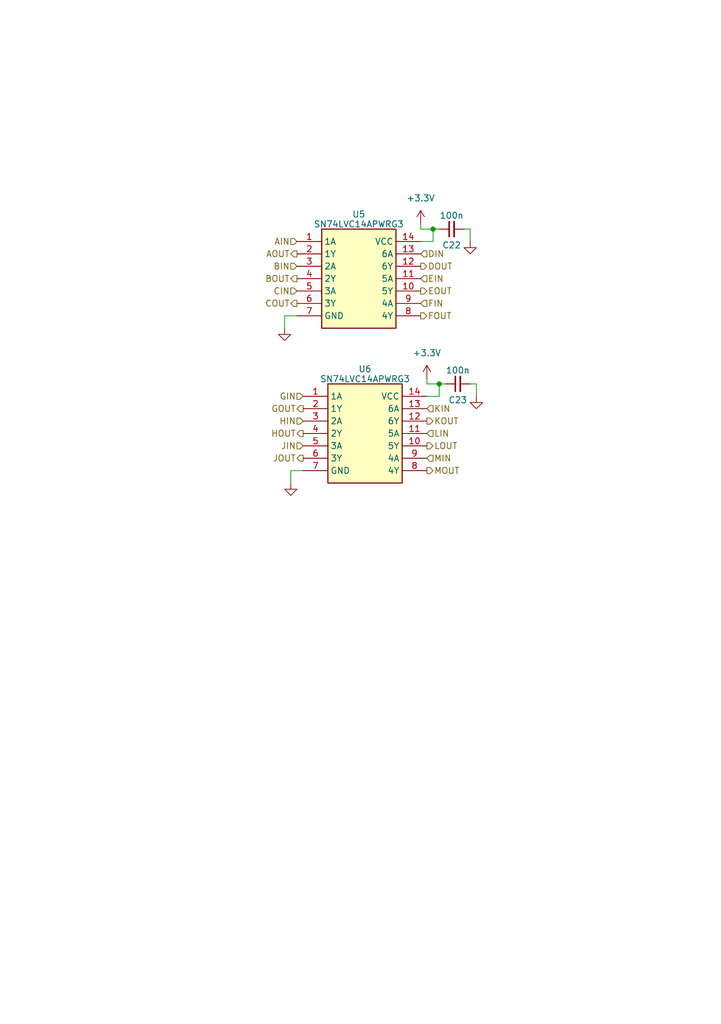
<source format=kicad_sch>
(kicad_sch
	(version 20231120)
	(generator "eeschema")
	(generator_version "8.0")
	(uuid "dc90ca9b-40d7-4a62-bad5-ef7ed068c20a")
	(paper "A5" portrait)
	(title_block
		(rev "1")
	)
	(lib_symbols
		(symbol "Device:C_Small"
			(pin_numbers hide)
			(pin_names
				(offset 0.254) hide)
			(exclude_from_sim no)
			(in_bom yes)
			(on_board yes)
			(property "Reference" "C"
				(at 0.254 1.778 0)
				(effects
					(font
						(size 1.27 1.27)
					)
					(justify left)
				)
			)
			(property "Value" "C_Small"
				(at 0.254 -2.032 0)
				(effects
					(font
						(size 1.27 1.27)
					)
					(justify left)
				)
			)
			(property "Footprint" ""
				(at 0 0 0)
				(effects
					(font
						(size 1.27 1.27)
					)
					(hide yes)
				)
			)
			(property "Datasheet" "~"
				(at 0 0 0)
				(effects
					(font
						(size 1.27 1.27)
					)
					(hide yes)
				)
			)
			(property "Description" "Unpolarized capacitor, small symbol"
				(at 0 0 0)
				(effects
					(font
						(size 1.27 1.27)
					)
					(hide yes)
				)
			)
			(property "ki_keywords" "capacitor cap"
				(at 0 0 0)
				(effects
					(font
						(size 1.27 1.27)
					)
					(hide yes)
				)
			)
			(property "ki_fp_filters" "C_*"
				(at 0 0 0)
				(effects
					(font
						(size 1.27 1.27)
					)
					(hide yes)
				)
			)
			(symbol "C_Small_0_1"
				(polyline
					(pts
						(xy -1.524 -0.508) (xy 1.524 -0.508)
					)
					(stroke
						(width 0.3302)
						(type default)
					)
					(fill
						(type none)
					)
				)
				(polyline
					(pts
						(xy -1.524 0.508) (xy 1.524 0.508)
					)
					(stroke
						(width 0.3048)
						(type default)
					)
					(fill
						(type none)
					)
				)
			)
			(symbol "C_Small_1_1"
				(pin passive line
					(at 0 2.54 270)
					(length 2.032)
					(name "~"
						(effects
							(font
								(size 1.27 1.27)
							)
						)
					)
					(number "1"
						(effects
							(font
								(size 1.27 1.27)
							)
						)
					)
				)
				(pin passive line
					(at 0 -2.54 90)
					(length 2.032)
					(name "~"
						(effects
							(font
								(size 1.27 1.27)
							)
						)
					)
					(number "2"
						(effects
							(font
								(size 1.27 1.27)
							)
						)
					)
				)
			)
		)
		(symbol "SN74LVC14APWRG3:SN74LVC14APWRG3"
			(exclude_from_sim no)
			(in_bom yes)
			(on_board yes)
			(property "Reference" "IC"
				(at 21.59 7.62 0)
				(effects
					(font
						(size 1.27 1.27)
					)
					(justify left top)
				)
			)
			(property "Value" "SN74LVC14APWRG3"
				(at 21.59 5.08 0)
				(effects
					(font
						(size 1.27 1.27)
					)
					(justify left top)
				)
			)
			(property "Footprint" "SOP65P640X120-14N"
				(at 21.59 -94.92 0)
				(effects
					(font
						(size 1.27 1.27)
					)
					(justify left top)
					(hide yes)
				)
			)
			(property "Datasheet" "http://www.ti.com/lit/gpn/sn74lvc14a"
				(at 21.59 -194.92 0)
				(effects
					(font
						(size 1.27 1.27)
					)
					(justify left top)
					(hide yes)
				)
			)
			(property "Description" "Hex Schmitt-Trigger Inverter"
				(at 0 0 0)
				(effects
					(font
						(size 1.27 1.27)
					)
					(hide yes)
				)
			)
			(property "Height" "1.2"
				(at 21.59 -394.92 0)
				(effects
					(font
						(size 1.27 1.27)
					)
					(justify left top)
					(hide yes)
				)
			)
			(property "Manufacturer_Name" "Texas Instruments"
				(at 21.59 -494.92 0)
				(effects
					(font
						(size 1.27 1.27)
					)
					(justify left top)
					(hide yes)
				)
			)
			(property "Manufacturer_Part_Number" "SN74LVC14APWRG3"
				(at 21.59 -594.92 0)
				(effects
					(font
						(size 1.27 1.27)
					)
					(justify left top)
					(hide yes)
				)
			)
			(property "Mouser Part Number" "595-SN74LVC14APWRG3"
				(at 21.59 -694.92 0)
				(effects
					(font
						(size 1.27 1.27)
					)
					(justify left top)
					(hide yes)
				)
			)
			(property "Mouser Price/Stock" "https://www.mouser.co.uk/ProductDetail/Texas-Instruments/SN74LVC14APWRG3?qs=GI4%2FryNtbd0oVXocaK57NQ%3D%3D"
				(at 21.59 -794.92 0)
				(effects
					(font
						(size 1.27 1.27)
					)
					(justify left top)
					(hide yes)
				)
			)
			(property "Arrow Part Number" "SN74LVC14APWRG3"
				(at 21.59 -894.92 0)
				(effects
					(font
						(size 1.27 1.27)
					)
					(justify left top)
					(hide yes)
				)
			)
			(property "Arrow Price/Stock" "https://www.arrow.com/en/products/sn74lvc14apwrg3/texas-instruments"
				(at 21.59 -994.92 0)
				(effects
					(font
						(size 1.27 1.27)
					)
					(justify left top)
					(hide yes)
				)
			)
			(symbol "SN74LVC14APWRG3_1_1"
				(rectangle
					(start 5.08 2.54)
					(end 20.32 -17.78)
					(stroke
						(width 0.254)
						(type default)
					)
					(fill
						(type background)
					)
				)
				(pin passive line
					(at 0 0 0)
					(length 5.08)
					(name "1A"
						(effects
							(font
								(size 1.27 1.27)
							)
						)
					)
					(number "1"
						(effects
							(font
								(size 1.27 1.27)
							)
						)
					)
				)
				(pin passive line
					(at 25.4 -10.16 180)
					(length 5.08)
					(name "5Y"
						(effects
							(font
								(size 1.27 1.27)
							)
						)
					)
					(number "10"
						(effects
							(font
								(size 1.27 1.27)
							)
						)
					)
				)
				(pin passive line
					(at 25.4 -7.62 180)
					(length 5.08)
					(name "5A"
						(effects
							(font
								(size 1.27 1.27)
							)
						)
					)
					(number "11"
						(effects
							(font
								(size 1.27 1.27)
							)
						)
					)
				)
				(pin passive line
					(at 25.4 -5.08 180)
					(length 5.08)
					(name "6Y"
						(effects
							(font
								(size 1.27 1.27)
							)
						)
					)
					(number "12"
						(effects
							(font
								(size 1.27 1.27)
							)
						)
					)
				)
				(pin passive line
					(at 25.4 -2.54 180)
					(length 5.08)
					(name "6A"
						(effects
							(font
								(size 1.27 1.27)
							)
						)
					)
					(number "13"
						(effects
							(font
								(size 1.27 1.27)
							)
						)
					)
				)
				(pin passive line
					(at 25.4 0 180)
					(length 5.08)
					(name "VCC"
						(effects
							(font
								(size 1.27 1.27)
							)
						)
					)
					(number "14"
						(effects
							(font
								(size 1.27 1.27)
							)
						)
					)
				)
				(pin passive line
					(at 0 -2.54 0)
					(length 5.08)
					(name "1Y"
						(effects
							(font
								(size 1.27 1.27)
							)
						)
					)
					(number "2"
						(effects
							(font
								(size 1.27 1.27)
							)
						)
					)
				)
				(pin passive line
					(at 0 -5.08 0)
					(length 5.08)
					(name "2A"
						(effects
							(font
								(size 1.27 1.27)
							)
						)
					)
					(number "3"
						(effects
							(font
								(size 1.27 1.27)
							)
						)
					)
				)
				(pin passive line
					(at 0 -7.62 0)
					(length 5.08)
					(name "2Y"
						(effects
							(font
								(size 1.27 1.27)
							)
						)
					)
					(number "4"
						(effects
							(font
								(size 1.27 1.27)
							)
						)
					)
				)
				(pin passive line
					(at 0 -10.16 0)
					(length 5.08)
					(name "3A"
						(effects
							(font
								(size 1.27 1.27)
							)
						)
					)
					(number "5"
						(effects
							(font
								(size 1.27 1.27)
							)
						)
					)
				)
				(pin passive line
					(at 0 -12.7 0)
					(length 5.08)
					(name "3Y"
						(effects
							(font
								(size 1.27 1.27)
							)
						)
					)
					(number "6"
						(effects
							(font
								(size 1.27 1.27)
							)
						)
					)
				)
				(pin passive line
					(at 0 -15.24 0)
					(length 5.08)
					(name "GND"
						(effects
							(font
								(size 1.27 1.27)
							)
						)
					)
					(number "7"
						(effects
							(font
								(size 1.27 1.27)
							)
						)
					)
				)
				(pin passive line
					(at 25.4 -15.24 180)
					(length 5.08)
					(name "4Y"
						(effects
							(font
								(size 1.27 1.27)
							)
						)
					)
					(number "8"
						(effects
							(font
								(size 1.27 1.27)
							)
						)
					)
				)
				(pin passive line
					(at 25.4 -12.7 180)
					(length 5.08)
					(name "4A"
						(effects
							(font
								(size 1.27 1.27)
							)
						)
					)
					(number "9"
						(effects
							(font
								(size 1.27 1.27)
							)
						)
					)
				)
			)
		)
		(symbol "power:+3.3V"
			(power)
			(pin_numbers hide)
			(pin_names
				(offset 0) hide)
			(exclude_from_sim no)
			(in_bom yes)
			(on_board yes)
			(property "Reference" "#PWR"
				(at 0 -3.81 0)
				(effects
					(font
						(size 1.27 1.27)
					)
					(hide yes)
				)
			)
			(property "Value" "+3.3V"
				(at 0 3.556 0)
				(effects
					(font
						(size 1.27 1.27)
					)
				)
			)
			(property "Footprint" ""
				(at 0 0 0)
				(effects
					(font
						(size 1.27 1.27)
					)
					(hide yes)
				)
			)
			(property "Datasheet" ""
				(at 0 0 0)
				(effects
					(font
						(size 1.27 1.27)
					)
					(hide yes)
				)
			)
			(property "Description" "Power symbol creates a global label with name \"+3.3V\""
				(at 0 0 0)
				(effects
					(font
						(size 1.27 1.27)
					)
					(hide yes)
				)
			)
			(property "ki_keywords" "global power"
				(at 0 0 0)
				(effects
					(font
						(size 1.27 1.27)
					)
					(hide yes)
				)
			)
			(symbol "+3.3V_0_1"
				(polyline
					(pts
						(xy -0.762 1.27) (xy 0 2.54)
					)
					(stroke
						(width 0)
						(type default)
					)
					(fill
						(type none)
					)
				)
				(polyline
					(pts
						(xy 0 0) (xy 0 2.54)
					)
					(stroke
						(width 0)
						(type default)
					)
					(fill
						(type none)
					)
				)
				(polyline
					(pts
						(xy 0 2.54) (xy 0.762 1.27)
					)
					(stroke
						(width 0)
						(type default)
					)
					(fill
						(type none)
					)
				)
			)
			(symbol "+3.3V_1_1"
				(pin power_in line
					(at 0 0 90)
					(length 0)
					(name "~"
						(effects
							(font
								(size 1.27 1.27)
							)
						)
					)
					(number "1"
						(effects
							(font
								(size 1.27 1.27)
							)
						)
					)
				)
			)
		)
		(symbol "power:GND"
			(power)
			(pin_numbers hide)
			(pin_names
				(offset 0) hide)
			(exclude_from_sim no)
			(in_bom yes)
			(on_board yes)
			(property "Reference" "#PWR"
				(at 0 -6.35 0)
				(effects
					(font
						(size 1.27 1.27)
					)
					(hide yes)
				)
			)
			(property "Value" "GND"
				(at 0 -3.81 0)
				(effects
					(font
						(size 1.27 1.27)
					)
				)
			)
			(property "Footprint" ""
				(at 0 0 0)
				(effects
					(font
						(size 1.27 1.27)
					)
					(hide yes)
				)
			)
			(property "Datasheet" ""
				(at 0 0 0)
				(effects
					(font
						(size 1.27 1.27)
					)
					(hide yes)
				)
			)
			(property "Description" "Power symbol creates a global label with name \"GND\" , ground"
				(at 0 0 0)
				(effects
					(font
						(size 1.27 1.27)
					)
					(hide yes)
				)
			)
			(property "ki_keywords" "global power"
				(at 0 0 0)
				(effects
					(font
						(size 1.27 1.27)
					)
					(hide yes)
				)
			)
			(symbol "GND_0_1"
				(polyline
					(pts
						(xy 0 0) (xy 0 -1.27) (xy 1.27 -1.27) (xy 0 -2.54) (xy -1.27 -1.27) (xy 0 -1.27)
					)
					(stroke
						(width 0)
						(type default)
					)
					(fill
						(type none)
					)
				)
			)
			(symbol "GND_1_1"
				(pin power_in line
					(at 0 0 270)
					(length 0)
					(name "~"
						(effects
							(font
								(size 1.27 1.27)
							)
						)
					)
					(number "1"
						(effects
							(font
								(size 1.27 1.27)
							)
						)
					)
				)
			)
		)
	)
	(junction
		(at 90.17 78.74)
		(diameter 0)
		(color 0 0 0 0)
		(uuid "31129303-94f7-4124-be7f-ba49af7500a5")
	)
	(junction
		(at 88.9 46.99)
		(diameter 0)
		(color 0 0 0 0)
		(uuid "6799d158-9a2d-4753-8975-da95e81daba2")
	)
	(wire
		(pts
			(xy 86.36 45.72) (xy 86.36 46.99)
		)
		(stroke
			(width 0)
			(type default)
		)
		(uuid "1e391c89-8352-4491-b245-f3dfe99795d6")
	)
	(wire
		(pts
			(xy 97.79 81.28) (xy 97.79 78.74)
		)
		(stroke
			(width 0)
			(type default)
		)
		(uuid "2acc9d7c-97d7-4553-9310-63627f95822a")
	)
	(wire
		(pts
			(xy 58.42 64.77) (xy 60.96 64.77)
		)
		(stroke
			(width 0)
			(type default)
		)
		(uuid "2ffa242e-af6d-4477-8240-d17a539bb4f8")
	)
	(wire
		(pts
			(xy 96.52 46.99) (xy 95.25 46.99)
		)
		(stroke
			(width 0)
			(type default)
		)
		(uuid "41fdf5d4-edb7-48a5-81a9-3a0d2faec3ea")
	)
	(wire
		(pts
			(xy 88.9 46.99) (xy 90.17 46.99)
		)
		(stroke
			(width 0)
			(type default)
		)
		(uuid "4818ddb9-199f-4448-8579-11773e33d3a1")
	)
	(wire
		(pts
			(xy 59.69 96.52) (xy 62.23 96.52)
		)
		(stroke
			(width 0)
			(type default)
		)
		(uuid "4ed0c785-ba87-4ff5-98f7-4979e374e43f")
	)
	(wire
		(pts
			(xy 87.63 81.28) (xy 90.17 81.28)
		)
		(stroke
			(width 0)
			(type default)
		)
		(uuid "51c66330-4fe2-45d7-9afa-0e646272617c")
	)
	(wire
		(pts
			(xy 59.69 99.06) (xy 59.69 96.52)
		)
		(stroke
			(width 0)
			(type default)
		)
		(uuid "62c23868-9d63-4e0b-b6df-0566774afb23")
	)
	(wire
		(pts
			(xy 58.42 67.31) (xy 58.42 64.77)
		)
		(stroke
			(width 0)
			(type default)
		)
		(uuid "692c925b-152c-46f2-9893-be126b6dd50f")
	)
	(wire
		(pts
			(xy 90.17 78.74) (xy 91.44 78.74)
		)
		(stroke
			(width 0)
			(type default)
		)
		(uuid "706126c4-5c59-4f60-b658-769c1dd8d46c")
	)
	(wire
		(pts
			(xy 88.9 49.53) (xy 88.9 46.99)
		)
		(stroke
			(width 0)
			(type default)
		)
		(uuid "8b6ea33b-ae35-4037-96ac-8ae599d8467d")
	)
	(wire
		(pts
			(xy 86.36 49.53) (xy 88.9 49.53)
		)
		(stroke
			(width 0)
			(type default)
		)
		(uuid "97b6a060-636a-4f7f-aa1a-817e3771b4b6")
	)
	(wire
		(pts
			(xy 97.79 78.74) (xy 96.52 78.74)
		)
		(stroke
			(width 0)
			(type default)
		)
		(uuid "98647c79-7813-4d78-97b1-546fcf8486e5")
	)
	(wire
		(pts
			(xy 87.63 77.47) (xy 87.63 78.74)
		)
		(stroke
			(width 0)
			(type default)
		)
		(uuid "9bab4bd5-c6f1-405a-94f4-9341389f789d")
	)
	(wire
		(pts
			(xy 90.17 81.28) (xy 90.17 78.74)
		)
		(stroke
			(width 0)
			(type default)
		)
		(uuid "a3214c45-0aac-449e-bf99-c81e76ee2320")
	)
	(wire
		(pts
			(xy 87.63 78.74) (xy 90.17 78.74)
		)
		(stroke
			(width 0)
			(type default)
		)
		(uuid "be38b299-7a98-47b1-98ec-c55bca60d44d")
	)
	(wire
		(pts
			(xy 86.36 46.99) (xy 88.9 46.99)
		)
		(stroke
			(width 0)
			(type default)
		)
		(uuid "bf255d3e-b4de-4900-9fe5-d876c2ba0f8e")
	)
	(wire
		(pts
			(xy 96.52 49.53) (xy 96.52 46.99)
		)
		(stroke
			(width 0)
			(type default)
		)
		(uuid "cfbf9ac5-cc0b-4cb1-9cc7-eefa4e537d95")
	)
	(hierarchical_label "BOUT"
		(shape output)
		(at 60.96 57.15 180)
		(fields_autoplaced yes)
		(effects
			(font
				(size 1.27 1.27)
			)
			(justify right)
		)
		(uuid "0b607e54-4e33-49f6-9d5f-400028fef006")
	)
	(hierarchical_label "FOUT"
		(shape output)
		(at 86.36 64.77 0)
		(fields_autoplaced yes)
		(effects
			(font
				(size 1.27 1.27)
			)
			(justify left)
		)
		(uuid "1acdffd9-922b-43ad-80ac-db99cefb6142")
	)
	(hierarchical_label "COUT"
		(shape output)
		(at 60.96 62.23 180)
		(fields_autoplaced yes)
		(effects
			(font
				(size 1.27 1.27)
			)
			(justify right)
		)
		(uuid "1e9d7544-e294-43c6-b069-d92dba188cd8")
	)
	(hierarchical_label "KIN"
		(shape input)
		(at 87.63 83.82 0)
		(fields_autoplaced yes)
		(effects
			(font
				(size 1.27 1.27)
			)
			(justify left)
		)
		(uuid "2f6da318-d4fb-4ea9-a508-e9d955696ce7")
	)
	(hierarchical_label "JIN"
		(shape input)
		(at 62.23 91.44 180)
		(fields_autoplaced yes)
		(effects
			(font
				(size 1.27 1.27)
			)
			(justify right)
		)
		(uuid "31f744ae-557e-4562-b7b8-7c3152d2d8c7")
	)
	(hierarchical_label "LOUT"
		(shape output)
		(at 87.63 91.44 0)
		(fields_autoplaced yes)
		(effects
			(font
				(size 1.27 1.27)
			)
			(justify left)
		)
		(uuid "40bc6a84-b726-48d9-a26d-e793cbba3735")
	)
	(hierarchical_label "EOUT"
		(shape output)
		(at 86.36 59.69 0)
		(fields_autoplaced yes)
		(effects
			(font
				(size 1.27 1.27)
			)
			(justify left)
		)
		(uuid "4b86d158-59be-47fa-badc-1a097da6b1cf")
	)
	(hierarchical_label "MIN"
		(shape input)
		(at 87.63 93.98 0)
		(fields_autoplaced yes)
		(effects
			(font
				(size 1.27 1.27)
			)
			(justify left)
		)
		(uuid "4bff6e1c-8a2d-41c4-b706-c2e067001c02")
	)
	(hierarchical_label "GIN"
		(shape input)
		(at 62.23 81.28 180)
		(fields_autoplaced yes)
		(effects
			(font
				(size 1.27 1.27)
			)
			(justify right)
		)
		(uuid "680be46f-7626-477e-9db2-164af3329bc4")
	)
	(hierarchical_label "KOUT"
		(shape output)
		(at 87.63 86.36 0)
		(fields_autoplaced yes)
		(effects
			(font
				(size 1.27 1.27)
			)
			(justify left)
		)
		(uuid "6c3b18d6-2347-4a71-925c-cfe5809016ef")
	)
	(hierarchical_label "DIN"
		(shape input)
		(at 86.36 52.07 0)
		(fields_autoplaced yes)
		(effects
			(font
				(size 1.27 1.27)
			)
			(justify left)
		)
		(uuid "6d6937ba-ba16-4897-b996-32f9c1f3b3e4")
	)
	(hierarchical_label "EIN"
		(shape input)
		(at 86.36 57.15 0)
		(fields_autoplaced yes)
		(effects
			(font
				(size 1.27 1.27)
			)
			(justify left)
		)
		(uuid "73cbcc66-48d2-4828-bfb7-d34f142fd751")
	)
	(hierarchical_label "FIN"
		(shape input)
		(at 86.36 62.23 0)
		(fields_autoplaced yes)
		(effects
			(font
				(size 1.27 1.27)
			)
			(justify left)
		)
		(uuid "748a7b1b-c068-4720-8ded-03330d0f1f10")
	)
	(hierarchical_label "JOUT"
		(shape output)
		(at 62.23 93.98 180)
		(fields_autoplaced yes)
		(effects
			(font
				(size 1.27 1.27)
			)
			(justify right)
		)
		(uuid "a8ce890b-d11e-40be-ac58-6feefaed5a42")
	)
	(hierarchical_label "CIN"
		(shape input)
		(at 60.96 59.69 180)
		(fields_autoplaced yes)
		(effects
			(font
				(size 1.27 1.27)
			)
			(justify right)
		)
		(uuid "ab40ca32-5008-47e9-94b5-b88dcce019e8")
	)
	(hierarchical_label "HIN"
		(shape input)
		(at 62.23 86.36 180)
		(fields_autoplaced yes)
		(effects
			(font
				(size 1.27 1.27)
			)
			(justify right)
		)
		(uuid "ada46ec8-c005-4d96-8dc5-d08eb45a69e0")
	)
	(hierarchical_label "AIN"
		(shape input)
		(at 60.96 49.53 180)
		(fields_autoplaced yes)
		(effects
			(font
				(size 1.27 1.27)
			)
			(justify right)
		)
		(uuid "bb64ac77-1256-4ebd-ae23-abe24611ec36")
	)
	(hierarchical_label "DOUT"
		(shape output)
		(at 86.36 54.61 0)
		(fields_autoplaced yes)
		(effects
			(font
				(size 1.27 1.27)
			)
			(justify left)
		)
		(uuid "bc228be2-4e3a-47aa-aa6a-460363408c11")
	)
	(hierarchical_label "AOUT"
		(shape output)
		(at 60.96 52.07 180)
		(fields_autoplaced yes)
		(effects
			(font
				(size 1.27 1.27)
			)
			(justify right)
		)
		(uuid "c9c1539c-9d5b-416b-925b-72aee09fc07f")
	)
	(hierarchical_label "HOUT"
		(shape output)
		(at 62.23 88.9 180)
		(fields_autoplaced yes)
		(effects
			(font
				(size 1.27 1.27)
			)
			(justify right)
		)
		(uuid "d7674ce2-72ec-4af1-bd8b-42d5c4bc96a1")
	)
	(hierarchical_label "MOUT"
		(shape output)
		(at 87.63 96.52 0)
		(fields_autoplaced yes)
		(effects
			(font
				(size 1.27 1.27)
			)
			(justify left)
		)
		(uuid "d8c2a7b7-dd33-45b1-864f-ee5fb23a8429")
	)
	(hierarchical_label "GOUT"
		(shape output)
		(at 62.23 83.82 180)
		(fields_autoplaced yes)
		(effects
			(font
				(size 1.27 1.27)
			)
			(justify right)
		)
		(uuid "df184d9c-776a-4630-bf84-5901e1a6ed49")
	)
	(hierarchical_label "BIN"
		(shape input)
		(at 60.96 54.61 180)
		(fields_autoplaced yes)
		(effects
			(font
				(size 1.27 1.27)
			)
			(justify right)
		)
		(uuid "e518add6-86e5-4e7e-9ae0-0ce7168b2e93")
	)
	(hierarchical_label "LIN"
		(shape input)
		(at 87.63 88.9 0)
		(fields_autoplaced yes)
		(effects
			(font
				(size 1.27 1.27)
			)
			(justify left)
		)
		(uuid "fd5e0862-d784-49d3-a5ab-aa3f3069d255")
	)
	(symbol
		(lib_id "power:+3.3V")
		(at 87.63 77.47 0)
		(unit 1)
		(exclude_from_sim no)
		(in_bom yes)
		(on_board yes)
		(dnp no)
		(fields_autoplaced yes)
		(uuid "23c0bffb-1bed-4ac2-a54b-f9ab51680060")
		(property "Reference" "#PWR023"
			(at 87.63 81.28 0)
			(effects
				(font
					(size 1.27 1.27)
				)
				(hide yes)
			)
		)
		(property "Value" "+3.3V"
			(at 87.63 72.39 0)
			(effects
				(font
					(size 1.27 1.27)
				)
			)
		)
		(property "Footprint" ""
			(at 87.63 77.47 0)
			(effects
				(font
					(size 1.27 1.27)
				)
				(hide yes)
			)
		)
		(property "Datasheet" ""
			(at 87.63 77.47 0)
			(effects
				(font
					(size 1.27 1.27)
				)
				(hide yes)
			)
		)
		(property "Description" "Power symbol creates a global label with name \"+3.3V\""
			(at 87.63 77.47 0)
			(effects
				(font
					(size 1.27 1.27)
				)
				(hide yes)
			)
		)
		(pin "1"
			(uuid "43a6d884-8826-4d66-a281-8a069069f8e3")
		)
		(instances
			(project "pico_stroke"
				(path "/7ad4f943-fb8c-4a77-9127-41f961f43e49/dea1bc24-9a4a-4bec-911b-a1b4c66f5fa2/40d9fec0-b965-4f58-8f15-aa508ed6045a"
					(reference "#PWR037")
					(unit 1)
				)
				(path "/7ad4f943-fb8c-4a77-9127-41f961f43e49/dea1bc24-9a4a-4bec-911b-a1b4c66f5fa2/5870530e-c870-489e-8cac-f7d8b944070f"
					(reference "#PWR023")
					(unit 1)
				)
				(path "/7ad4f943-fb8c-4a77-9127-41f961f43e49/dea1bc24-9a4a-4bec-911b-a1b4c66f5fa2/71b5ac71-12e6-443b-a75a-8a3cad6f754e"
					(reference "#PWR0139")
					(unit 1)
				)
				(path "/7ad4f943-fb8c-4a77-9127-41f961f43e49/dea1bc24-9a4a-4bec-911b-a1b4c66f5fa2/a8642a17-563a-4feb-b7f4-babe6f9c9b30"
					(reference "#PWR062")
					(unit 1)
				)
				(path "/7ad4f943-fb8c-4a77-9127-41f961f43e49/dea1bc24-9a4a-4bec-911b-a1b4c66f5fa2/b28b4a05-1340-4ffe-ab9f-3ed0bd6db68e"
					(reference "#PWR0114")
					(unit 1)
				)
				(path "/7ad4f943-fb8c-4a77-9127-41f961f43e49/dea1bc24-9a4a-4bec-911b-a1b4c66f5fa2/d1488d1a-e1ba-493d-b6ee-c5e1cf44c2de"
					(reference "#PWR088")
					(unit 1)
				)
			)
		)
	)
	(symbol
		(lib_id "power:GND")
		(at 96.52 49.53 0)
		(unit 1)
		(exclude_from_sim no)
		(in_bom yes)
		(on_board yes)
		(dnp no)
		(fields_autoplaced yes)
		(uuid "26a00c80-5ee0-4678-aa15-04ef38412b1d")
		(property "Reference" "#PWR03"
			(at 96.52 55.88 0)
			(effects
				(font
					(size 1.27 1.27)
				)
				(hide yes)
			)
		)
		(property "Value" "GND"
			(at 96.52 54.61 0)
			(effects
				(font
					(size 1.27 1.27)
				)
				(hide yes)
			)
		)
		(property "Footprint" ""
			(at 96.52 49.53 0)
			(effects
				(font
					(size 1.27 1.27)
				)
				(hide yes)
			)
		)
		(property "Datasheet" ""
			(at 96.52 49.53 0)
			(effects
				(font
					(size 1.27 1.27)
				)
				(hide yes)
			)
		)
		(property "Description" "Power symbol creates a global label with name \"GND\" , ground"
			(at 96.52 49.53 0)
			(effects
				(font
					(size 1.27 1.27)
				)
				(hide yes)
			)
		)
		(pin "1"
			(uuid "d4db67c1-8b1d-4407-963a-e89c3f03c106")
		)
		(instances
			(project "pico_stroke"
				(path "/7ad4f943-fb8c-4a77-9127-41f961f43e49/dea1bc24-9a4a-4bec-911b-a1b4c66f5fa2/40d9fec0-b965-4f58-8f15-aa508ed6045a"
					(reference "#PWR042")
					(unit 1)
				)
				(path "/7ad4f943-fb8c-4a77-9127-41f961f43e49/dea1bc24-9a4a-4bec-911b-a1b4c66f5fa2/5870530e-c870-489e-8cac-f7d8b944070f"
					(reference "#PWR03")
					(unit 1)
				)
				(path "/7ad4f943-fb8c-4a77-9127-41f961f43e49/dea1bc24-9a4a-4bec-911b-a1b4c66f5fa2/71b5ac71-12e6-443b-a75a-8a3cad6f754e"
					(reference "#PWR0144")
					(unit 1)
				)
				(path "/7ad4f943-fb8c-4a77-9127-41f961f43e49/dea1bc24-9a4a-4bec-911b-a1b4c66f5fa2/a8642a17-563a-4feb-b7f4-babe6f9c9b30"
					(reference "#PWR067")
					(unit 1)
				)
				(path "/7ad4f943-fb8c-4a77-9127-41f961f43e49/dea1bc24-9a4a-4bec-911b-a1b4c66f5fa2/b28b4a05-1340-4ffe-ab9f-3ed0bd6db68e"
					(reference "#PWR0119")
					(unit 1)
				)
				(path "/7ad4f943-fb8c-4a77-9127-41f961f43e49/dea1bc24-9a4a-4bec-911b-a1b4c66f5fa2/d1488d1a-e1ba-493d-b6ee-c5e1cf44c2de"
					(reference "#PWR093")
					(unit 1)
				)
			)
		)
	)
	(symbol
		(lib_id "Device:C_Small")
		(at 93.98 78.74 90)
		(unit 1)
		(exclude_from_sim no)
		(in_bom yes)
		(on_board yes)
		(dnp no)
		(uuid "348d3386-a1bc-4161-abb9-e306db8b51e1")
		(property "Reference" "C20"
			(at 93.98 82.042 90)
			(effects
				(font
					(size 1.27 1.27)
				)
			)
		)
		(property "Value" "100n"
			(at 93.98 75.946 90)
			(effects
				(font
					(size 1.27 1.27)
				)
			)
		)
		(property "Footprint" ""
			(at 93.98 78.74 0)
			(effects
				(font
					(size 1.27 1.27)
				)
				(hide yes)
			)
		)
		(property "Datasheet" "~"
			(at 93.98 78.74 0)
			(effects
				(font
					(size 1.27 1.27)
				)
				(hide yes)
			)
		)
		(property "Description" "Unpolarized capacitor, small symbol"
			(at 93.98 78.74 0)
			(effects
				(font
					(size 1.27 1.27)
				)
				(hide yes)
			)
		)
		(pin "2"
			(uuid "adc4dd1a-6fee-48c4-b3db-88c64bdec41e")
		)
		(pin "1"
			(uuid "75f8507f-ef0e-4aa0-996e-c3947fa5d59f")
		)
		(instances
			(project "pico_stroke"
				(path "/7ad4f943-fb8c-4a77-9127-41f961f43e49/dea1bc24-9a4a-4bec-911b-a1b4c66f5fa2/40d9fec0-b965-4f58-8f15-aa508ed6045a"
					(reference "C23")
					(unit 1)
				)
				(path "/7ad4f943-fb8c-4a77-9127-41f961f43e49/dea1bc24-9a4a-4bec-911b-a1b4c66f5fa2/5870530e-c870-489e-8cac-f7d8b944070f"
					(reference "C20")
					(unit 1)
				)
				(path "/7ad4f943-fb8c-4a77-9127-41f961f43e49/dea1bc24-9a4a-4bec-911b-a1b4c66f5fa2/71b5ac71-12e6-443b-a75a-8a3cad6f754e"
					(reference "C85")
					(unit 1)
				)
				(path "/7ad4f943-fb8c-4a77-9127-41f961f43e49/dea1bc24-9a4a-4bec-911b-a1b4c66f5fa2/a8642a17-563a-4feb-b7f4-babe6f9c9b30"
					(reference "C39")
					(unit 1)
				)
				(path "/7ad4f943-fb8c-4a77-9127-41f961f43e49/dea1bc24-9a4a-4bec-911b-a1b4c66f5fa2/b28b4a05-1340-4ffe-ab9f-3ed0bd6db68e"
					(reference "C70")
					(unit 1)
				)
				(path "/7ad4f943-fb8c-4a77-9127-41f961f43e49/dea1bc24-9a4a-4bec-911b-a1b4c66f5fa2/d1488d1a-e1ba-493d-b6ee-c5e1cf44c2de"
					(reference "C55")
					(unit 1)
				)
			)
		)
	)
	(symbol
		(lib_id "power:GND")
		(at 97.79 81.28 0)
		(unit 1)
		(exclude_from_sim no)
		(in_bom yes)
		(on_board yes)
		(dnp no)
		(fields_autoplaced yes)
		(uuid "3879f227-c783-491d-a79f-733a01bb0573")
		(property "Reference" "#PWR024"
			(at 97.79 87.63 0)
			(effects
				(font
					(size 1.27 1.27)
				)
				(hide yes)
			)
		)
		(property "Value" "GND"
			(at 97.79 86.36 0)
			(effects
				(font
					(size 1.27 1.27)
				)
				(hide yes)
			)
		)
		(property "Footprint" ""
			(at 97.79 81.28 0)
			(effects
				(font
					(size 1.27 1.27)
				)
				(hide yes)
			)
		)
		(property "Datasheet" ""
			(at 97.79 81.28 0)
			(effects
				(font
					(size 1.27 1.27)
				)
				(hide yes)
			)
		)
		(property "Description" "Power symbol creates a global label with name \"GND\" , ground"
			(at 97.79 81.28 0)
			(effects
				(font
					(size 1.27 1.27)
				)
				(hide yes)
			)
		)
		(pin "1"
			(uuid "6b4d5a5b-0437-4cbc-a3ed-a91b2d75ae44")
		)
		(instances
			(project "pico_stroke"
				(path "/7ad4f943-fb8c-4a77-9127-41f961f43e49/dea1bc24-9a4a-4bec-911b-a1b4c66f5fa2/40d9fec0-b965-4f58-8f15-aa508ed6045a"
					(reference "#PWR043")
					(unit 1)
				)
				(path "/7ad4f943-fb8c-4a77-9127-41f961f43e49/dea1bc24-9a4a-4bec-911b-a1b4c66f5fa2/5870530e-c870-489e-8cac-f7d8b944070f"
					(reference "#PWR024")
					(unit 1)
				)
				(path "/7ad4f943-fb8c-4a77-9127-41f961f43e49/dea1bc24-9a4a-4bec-911b-a1b4c66f5fa2/71b5ac71-12e6-443b-a75a-8a3cad6f754e"
					(reference "#PWR0145")
					(unit 1)
				)
				(path "/7ad4f943-fb8c-4a77-9127-41f961f43e49/dea1bc24-9a4a-4bec-911b-a1b4c66f5fa2/a8642a17-563a-4feb-b7f4-babe6f9c9b30"
					(reference "#PWR068")
					(unit 1)
				)
				(path "/7ad4f943-fb8c-4a77-9127-41f961f43e49/dea1bc24-9a4a-4bec-911b-a1b4c66f5fa2/b28b4a05-1340-4ffe-ab9f-3ed0bd6db68e"
					(reference "#PWR0120")
					(unit 1)
				)
				(path "/7ad4f943-fb8c-4a77-9127-41f961f43e49/dea1bc24-9a4a-4bec-911b-a1b4c66f5fa2/d1488d1a-e1ba-493d-b6ee-c5e1cf44c2de"
					(reference "#PWR094")
					(unit 1)
				)
			)
		)
	)
	(symbol
		(lib_id "SN74LVC14APWRG3:SN74LVC14APWRG3")
		(at 62.23 81.28 0)
		(unit 1)
		(exclude_from_sim no)
		(in_bom yes)
		(on_board yes)
		(dnp no)
		(uuid "51a886dd-0690-4c81-99d4-ac07d18f6ad1")
		(property "Reference" "U3"
			(at 74.93 75.692 0)
			(effects
				(font
					(size 1.27 1.27)
				)
			)
		)
		(property "Value" "SN74LVC14APWRG3"
			(at 74.93 77.724 0)
			(effects
				(font
					(size 1.27 1.27)
				)
			)
		)
		(property "Footprint" "SOP65P640X120-14N"
			(at 83.82 176.2 0)
			(effects
				(font
					(size 1.27 1.27)
				)
				(justify left top)
				(hide yes)
			)
		)
		(property "Datasheet" "http://www.ti.com/lit/gpn/sn74lvc14a"
			(at 83.82 276.2 0)
			(effects
				(font
					(size 1.27 1.27)
				)
				(justify left top)
				(hide yes)
			)
		)
		(property "Description" "Hex Schmitt-Trigger Inverter"
			(at 62.23 81.28 0)
			(effects
				(font
					(size 1.27 1.27)
				)
				(hide yes)
			)
		)
		(property "Height" "1.2"
			(at 83.82 476.2 0)
			(effects
				(font
					(size 1.27 1.27)
				)
				(justify left top)
				(hide yes)
			)
		)
		(property "Manufacturer_Name" "Texas Instruments"
			(at 83.82 576.2 0)
			(effects
				(font
					(size 1.27 1.27)
				)
				(justify left top)
				(hide yes)
			)
		)
		(property "Manufacturer_Part_Number" "SN74LVC14APWRG3"
			(at 83.82 676.2 0)
			(effects
				(font
					(size 1.27 1.27)
				)
				(justify left top)
				(hide yes)
			)
		)
		(property "Mouser Part Number" "595-SN74LVC14APWRG3"
			(at 83.82 776.2 0)
			(effects
				(font
					(size 1.27 1.27)
				)
				(justify left top)
				(hide yes)
			)
		)
		(property "Mouser Price/Stock" "https://www.mouser.co.uk/ProductDetail/Texas-Instruments/SN74LVC14APWRG3?qs=GI4%2FryNtbd0oVXocaK57NQ%3D%3D"
			(at 83.82 876.2 0)
			(effects
				(font
					(size 1.27 1.27)
				)
				(justify left top)
				(hide yes)
			)
		)
		(property "Arrow Part Number" "SN74LVC14APWRG3"
			(at 83.82 976.2 0)
			(effects
				(font
					(size 1.27 1.27)
				)
				(justify left top)
				(hide yes)
			)
		)
		(property "Arrow Price/Stock" "https://www.arrow.com/en/products/sn74lvc14apwrg3/texas-instruments"
			(at 83.82 1076.2 0)
			(effects
				(font
					(size 1.27 1.27)
				)
				(justify left top)
				(hide yes)
			)
		)
		(pin "9"
			(uuid "02855dae-dd05-417c-9b85-6e0d98606112")
		)
		(pin "13"
			(uuid "ec8663cc-3c6b-4bed-b325-88849eb2dbb4")
		)
		(pin "7"
			(uuid "df70e54e-2857-48f0-9df8-be254bccb0a3")
		)
		(pin "1"
			(uuid "3fa75a97-a92e-4650-b9fe-6f8fb0bb5dfe")
		)
		(pin "2"
			(uuid "7d63f85e-2f6b-47ec-922a-5abba5789982")
		)
		(pin "4"
			(uuid "ffd20961-765c-4fcc-967f-f6cd0bcad86a")
		)
		(pin "11"
			(uuid "f212a4c5-e9f5-44ce-bf63-be9f511e365f")
		)
		(pin "6"
			(uuid "d05b9a43-0414-4b17-a5d0-6bec294d039b")
		)
		(pin "5"
			(uuid "db1a6003-50bc-44bf-8454-3dfca76d1436")
		)
		(pin "3"
			(uuid "4b83bd50-5a4e-4b8e-a1d7-f813801356ed")
		)
		(pin "14"
			(uuid "9c1bfc07-ba99-4e9a-8f99-52dfbf5a081d")
		)
		(pin "10"
			(uuid "b34defcb-d4b9-4ff4-aa11-c46c459974b9")
		)
		(pin "12"
			(uuid "a67bbdbd-94fe-4888-83ad-6a8bea179b18")
		)
		(pin "8"
			(uuid "26f8e4b5-d56e-455f-960f-8ac7bd7ff5c7")
		)
		(instances
			(project "pico_stroke"
				(path "/7ad4f943-fb8c-4a77-9127-41f961f43e49/dea1bc24-9a4a-4bec-911b-a1b4c66f5fa2/40d9fec0-b965-4f58-8f15-aa508ed6045a"
					(reference "U6")
					(unit 1)
				)
				(path "/7ad4f943-fb8c-4a77-9127-41f961f43e49/dea1bc24-9a4a-4bec-911b-a1b4c66f5fa2/5870530e-c870-489e-8cac-f7d8b944070f"
					(reference "U3")
					(unit 1)
				)
				(path "/7ad4f943-fb8c-4a77-9127-41f961f43e49/dea1bc24-9a4a-4bec-911b-a1b4c66f5fa2/71b5ac71-12e6-443b-a75a-8a3cad6f754e"
					(reference "U18")
					(unit 1)
				)
				(path "/7ad4f943-fb8c-4a77-9127-41f961f43e49/dea1bc24-9a4a-4bec-911b-a1b4c66f5fa2/a8642a17-563a-4feb-b7f4-babe6f9c9b30"
					(reference "U9")
					(unit 1)
				)
				(path "/7ad4f943-fb8c-4a77-9127-41f961f43e49/dea1bc24-9a4a-4bec-911b-a1b4c66f5fa2/b28b4a05-1340-4ffe-ab9f-3ed0bd6db68e"
					(reference "U15")
					(unit 1)
				)
				(path "/7ad4f943-fb8c-4a77-9127-41f961f43e49/dea1bc24-9a4a-4bec-911b-a1b4c66f5fa2/d1488d1a-e1ba-493d-b6ee-c5e1cf44c2de"
					(reference "U12")
					(unit 1)
				)
			)
		)
	)
	(symbol
		(lib_id "power:GND")
		(at 58.42 67.31 0)
		(unit 1)
		(exclude_from_sim no)
		(in_bom yes)
		(on_board yes)
		(dnp no)
		(fields_autoplaced yes)
		(uuid "961710fe-fde1-4ec7-88c8-96f43a1b44ef")
		(property "Reference" "#PWR05"
			(at 58.42 73.66 0)
			(effects
				(font
					(size 1.27 1.27)
				)
				(hide yes)
			)
		)
		(property "Value" "GND"
			(at 58.42 72.39 0)
			(effects
				(font
					(size 1.27 1.27)
				)
				(hide yes)
			)
		)
		(property "Footprint" ""
			(at 58.42 67.31 0)
			(effects
				(font
					(size 1.27 1.27)
				)
				(hide yes)
			)
		)
		(property "Datasheet" ""
			(at 58.42 67.31 0)
			(effects
				(font
					(size 1.27 1.27)
				)
				(hide yes)
			)
		)
		(property "Description" "Power symbol creates a global label with name \"GND\" , ground"
			(at 58.42 67.31 0)
			(effects
				(font
					(size 1.27 1.27)
				)
				(hide yes)
			)
		)
		(pin "1"
			(uuid "4864d2d8-0156-4631-8ea2-87977d2b71f9")
		)
		(instances
			(project "pico_stroke"
				(path "/7ad4f943-fb8c-4a77-9127-41f961f43e49/dea1bc24-9a4a-4bec-911b-a1b4c66f5fa2/40d9fec0-b965-4f58-8f15-aa508ed6045a"
					(reference "#PWR032")
					(unit 1)
				)
				(path "/7ad4f943-fb8c-4a77-9127-41f961f43e49/dea1bc24-9a4a-4bec-911b-a1b4c66f5fa2/5870530e-c870-489e-8cac-f7d8b944070f"
					(reference "#PWR05")
					(unit 1)
				)
				(path "/7ad4f943-fb8c-4a77-9127-41f961f43e49/dea1bc24-9a4a-4bec-911b-a1b4c66f5fa2/71b5ac71-12e6-443b-a75a-8a3cad6f754e"
					(reference "#PWR0134")
					(unit 1)
				)
				(path "/7ad4f943-fb8c-4a77-9127-41f961f43e49/dea1bc24-9a4a-4bec-911b-a1b4c66f5fa2/a8642a17-563a-4feb-b7f4-babe6f9c9b30"
					(reference "#PWR04")
					(unit 1)
				)
				(path "/7ad4f943-fb8c-4a77-9127-41f961f43e49/dea1bc24-9a4a-4bec-911b-a1b4c66f5fa2/b28b4a05-1340-4ffe-ab9f-3ed0bd6db68e"
					(reference "#PWR0109")
					(unit 1)
				)
				(path "/7ad4f943-fb8c-4a77-9127-41f961f43e49/dea1bc24-9a4a-4bec-911b-a1b4c66f5fa2/d1488d1a-e1ba-493d-b6ee-c5e1cf44c2de"
					(reference "#PWR083")
					(unit 1)
				)
			)
		)
	)
	(symbol
		(lib_id "Device:C_Small")
		(at 92.71 46.99 90)
		(unit 1)
		(exclude_from_sim no)
		(in_bom yes)
		(on_board yes)
		(dnp no)
		(uuid "c5897bfb-c53e-493f-885d-863c0937ed8b")
		(property "Reference" "C3"
			(at 92.71 50.292 90)
			(effects
				(font
					(size 1.27 1.27)
				)
			)
		)
		(property "Value" "100n"
			(at 92.71 44.196 90)
			(effects
				(font
					(size 1.27 1.27)
				)
			)
		)
		(property "Footprint" ""
			(at 92.71 46.99 0)
			(effects
				(font
					(size 1.27 1.27)
				)
				(hide yes)
			)
		)
		(property "Datasheet" "~"
			(at 92.71 46.99 0)
			(effects
				(font
					(size 1.27 1.27)
				)
				(hide yes)
			)
		)
		(property "Description" "Unpolarized capacitor, small symbol"
			(at 92.71 46.99 0)
			(effects
				(font
					(size 1.27 1.27)
				)
				(hide yes)
			)
		)
		(pin "2"
			(uuid "c3e809da-f6f1-42e3-bef2-bda51aeec6ad")
		)
		(pin "1"
			(uuid "bba23fca-3e77-4f38-88ab-667c08adf8f9")
		)
		(instances
			(project "pico_stroke"
				(path "/7ad4f943-fb8c-4a77-9127-41f961f43e49/dea1bc24-9a4a-4bec-911b-a1b4c66f5fa2/40d9fec0-b965-4f58-8f15-aa508ed6045a"
					(reference "C22")
					(unit 1)
				)
				(path "/7ad4f943-fb8c-4a77-9127-41f961f43e49/dea1bc24-9a4a-4bec-911b-a1b4c66f5fa2/5870530e-c870-489e-8cac-f7d8b944070f"
					(reference "C3")
					(unit 1)
				)
				(path "/7ad4f943-fb8c-4a77-9127-41f961f43e49/dea1bc24-9a4a-4bec-911b-a1b4c66f5fa2/71b5ac71-12e6-443b-a75a-8a3cad6f754e"
					(reference "C84")
					(unit 1)
				)
				(path "/7ad4f943-fb8c-4a77-9127-41f961f43e49/dea1bc24-9a4a-4bec-911b-a1b4c66f5fa2/a8642a17-563a-4feb-b7f4-babe6f9c9b30"
					(reference "C38")
					(unit 1)
				)
				(path "/7ad4f943-fb8c-4a77-9127-41f961f43e49/dea1bc24-9a4a-4bec-911b-a1b4c66f5fa2/b28b4a05-1340-4ffe-ab9f-3ed0bd6db68e"
					(reference "C69")
					(unit 1)
				)
				(path "/7ad4f943-fb8c-4a77-9127-41f961f43e49/dea1bc24-9a4a-4bec-911b-a1b4c66f5fa2/d1488d1a-e1ba-493d-b6ee-c5e1cf44c2de"
					(reference "C54")
					(unit 1)
				)
			)
		)
	)
	(symbol
		(lib_id "power:GND")
		(at 59.69 99.06 0)
		(unit 1)
		(exclude_from_sim no)
		(in_bom yes)
		(on_board yes)
		(dnp no)
		(fields_autoplaced yes)
		(uuid "d75b61ab-a473-4c99-aae7-2892beca3ada")
		(property "Reference" "#PWR022"
			(at 59.69 105.41 0)
			(effects
				(font
					(size 1.27 1.27)
				)
				(hide yes)
			)
		)
		(property "Value" "GND"
			(at 59.69 104.14 0)
			(effects
				(font
					(size 1.27 1.27)
				)
				(hide yes)
			)
		)
		(property "Footprint" ""
			(at 59.69 99.06 0)
			(effects
				(font
					(size 1.27 1.27)
				)
				(hide yes)
			)
		)
		(property "Datasheet" ""
			(at 59.69 99.06 0)
			(effects
				(font
					(size 1.27 1.27)
				)
				(hide yes)
			)
		)
		(property "Description" "Power symbol creates a global label with name \"GND\" , ground"
			(at 59.69 99.06 0)
			(effects
				(font
					(size 1.27 1.27)
				)
				(hide yes)
			)
		)
		(pin "1"
			(uuid "3e041ff4-9784-4712-9f75-d42df3801897")
		)
		(instances
			(project "pico_stroke"
				(path "/7ad4f943-fb8c-4a77-9127-41f961f43e49/dea1bc24-9a4a-4bec-911b-a1b4c66f5fa2/40d9fec0-b965-4f58-8f15-aa508ed6045a"
					(reference "#PWR033")
					(unit 1)
				)
				(path "/7ad4f943-fb8c-4a77-9127-41f961f43e49/dea1bc24-9a4a-4bec-911b-a1b4c66f5fa2/5870530e-c870-489e-8cac-f7d8b944070f"
					(reference "#PWR022")
					(unit 1)
				)
				(path "/7ad4f943-fb8c-4a77-9127-41f961f43e49/dea1bc24-9a4a-4bec-911b-a1b4c66f5fa2/71b5ac71-12e6-443b-a75a-8a3cad6f754e"
					(reference "#PWR0135")
					(unit 1)
				)
				(path "/7ad4f943-fb8c-4a77-9127-41f961f43e49/dea1bc24-9a4a-4bec-911b-a1b4c66f5fa2/a8642a17-563a-4feb-b7f4-babe6f9c9b30"
					(reference "#PWR058")
					(unit 1)
				)
				(path "/7ad4f943-fb8c-4a77-9127-41f961f43e49/dea1bc24-9a4a-4bec-911b-a1b4c66f5fa2/b28b4a05-1340-4ffe-ab9f-3ed0bd6db68e"
					(reference "#PWR0110")
					(unit 1)
				)
				(path "/7ad4f943-fb8c-4a77-9127-41f961f43e49/dea1bc24-9a4a-4bec-911b-a1b4c66f5fa2/d1488d1a-e1ba-493d-b6ee-c5e1cf44c2de"
					(reference "#PWR084")
					(unit 1)
				)
			)
		)
	)
	(symbol
		(lib_id "SN74LVC14APWRG3:SN74LVC14APWRG3")
		(at 60.96 49.53 0)
		(unit 1)
		(exclude_from_sim no)
		(in_bom yes)
		(on_board yes)
		(dnp no)
		(uuid "ea5b307d-14cb-4abe-9101-2ae1357a97d0")
		(property "Reference" "U2"
			(at 73.66 43.942 0)
			(effects
				(font
					(size 1.27 1.27)
				)
			)
		)
		(property "Value" "SN74LVC14APWRG3"
			(at 73.66 45.974 0)
			(effects
				(font
					(size 1.27 1.27)
				)
			)
		)
		(property "Footprint" "SOP65P640X120-14N"
			(at 82.55 144.45 0)
			(effects
				(font
					(size 1.27 1.27)
				)
				(justify left top)
				(hide yes)
			)
		)
		(property "Datasheet" "http://www.ti.com/lit/gpn/sn74lvc14a"
			(at 82.55 244.45 0)
			(effects
				(font
					(size 1.27 1.27)
				)
				(justify left top)
				(hide yes)
			)
		)
		(property "Description" "Hex Schmitt-Trigger Inverter"
			(at 60.96 49.53 0)
			(effects
				(font
					(size 1.27 1.27)
				)
				(hide yes)
			)
		)
		(property "Height" "1.2"
			(at 82.55 444.45 0)
			(effects
				(font
					(size 1.27 1.27)
				)
				(justify left top)
				(hide yes)
			)
		)
		(property "Manufacturer_Name" "Texas Instruments"
			(at 82.55 544.45 0)
			(effects
				(font
					(size 1.27 1.27)
				)
				(justify left top)
				(hide yes)
			)
		)
		(property "Manufacturer_Part_Number" "SN74LVC14APWRG3"
			(at 82.55 644.45 0)
			(effects
				(font
					(size 1.27 1.27)
				)
				(justify left top)
				(hide yes)
			)
		)
		(property "Mouser Part Number" "595-SN74LVC14APWRG3"
			(at 82.55 744.45 0)
			(effects
				(font
					(size 1.27 1.27)
				)
				(justify left top)
				(hide yes)
			)
		)
		(property "Mouser Price/Stock" "https://www.mouser.co.uk/ProductDetail/Texas-Instruments/SN74LVC14APWRG3?qs=GI4%2FryNtbd0oVXocaK57NQ%3D%3D"
			(at 82.55 844.45 0)
			(effects
				(font
					(size 1.27 1.27)
				)
				(justify left top)
				(hide yes)
			)
		)
		(property "Arrow Part Number" "SN74LVC14APWRG3"
			(at 82.55 944.45 0)
			(effects
				(font
					(size 1.27 1.27)
				)
				(justify left top)
				(hide yes)
			)
		)
		(property "Arrow Price/Stock" "https://www.arrow.com/en/products/sn74lvc14apwrg3/texas-instruments"
			(at 82.55 1044.45 0)
			(effects
				(font
					(size 1.27 1.27)
				)
				(justify left top)
				(hide yes)
			)
		)
		(pin "9"
			(uuid "9272cfbc-9577-403b-862c-ddb3299a132b")
		)
		(pin "13"
			(uuid "2eaca6fb-f29f-4cec-ab49-8eeeddaeb413")
		)
		(pin "7"
			(uuid "7abcc694-abfc-4707-960e-e17e68472243")
		)
		(pin "1"
			(uuid "7210e3cc-8330-459f-b860-aa7bd2153e6e")
		)
		(pin "2"
			(uuid "ce8756a2-6cac-4353-b390-1d0d0b6d4501")
		)
		(pin "4"
			(uuid "9268f504-c6a5-421d-9e56-2ab0bc9305b1")
		)
		(pin "11"
			(uuid "2c239b6f-b9e3-4883-888e-0b9218b8c349")
		)
		(pin "6"
			(uuid "fb475a14-89d6-4e51-970b-e578e1301c8e")
		)
		(pin "5"
			(uuid "b84b0861-6537-4467-af1b-e4967ce30cc5")
		)
		(pin "3"
			(uuid "83fc4666-81b0-4d1e-950f-1af8099e4119")
		)
		(pin "14"
			(uuid "5436b9cd-1803-4801-9cf2-0a6d0a36f25e")
		)
		(pin "10"
			(uuid "53fb3ed2-25b0-48c7-80a5-73d4f5ef3d80")
		)
		(pin "12"
			(uuid "38e96c26-d2bd-4675-aefb-6d31b748f646")
		)
		(pin "8"
			(uuid "995a0fef-8e4e-4564-b266-895d9008ebb9")
		)
		(instances
			(project "pico_stroke"
				(path "/7ad4f943-fb8c-4a77-9127-41f961f43e49/dea1bc24-9a4a-4bec-911b-a1b4c66f5fa2/40d9fec0-b965-4f58-8f15-aa508ed6045a"
					(reference "U5")
					(unit 1)
				)
				(path "/7ad4f943-fb8c-4a77-9127-41f961f43e49/dea1bc24-9a4a-4bec-911b-a1b4c66f5fa2/5870530e-c870-489e-8cac-f7d8b944070f"
					(reference "U2")
					(unit 1)
				)
				(path "/7ad4f943-fb8c-4a77-9127-41f961f43e49/dea1bc24-9a4a-4bec-911b-a1b4c66f5fa2/71b5ac71-12e6-443b-a75a-8a3cad6f754e"
					(reference "U17")
					(unit 1)
				)
				(path "/7ad4f943-fb8c-4a77-9127-41f961f43e49/dea1bc24-9a4a-4bec-911b-a1b4c66f5fa2/a8642a17-563a-4feb-b7f4-babe6f9c9b30"
					(reference "U8")
					(unit 1)
				)
				(path "/7ad4f943-fb8c-4a77-9127-41f961f43e49/dea1bc24-9a4a-4bec-911b-a1b4c66f5fa2/b28b4a05-1340-4ffe-ab9f-3ed0bd6db68e"
					(reference "U14")
					(unit 1)
				)
				(path "/7ad4f943-fb8c-4a77-9127-41f961f43e49/dea1bc24-9a4a-4bec-911b-a1b4c66f5fa2/d1488d1a-e1ba-493d-b6ee-c5e1cf44c2de"
					(reference "U11")
					(unit 1)
				)
			)
		)
	)
	(symbol
		(lib_id "power:+3.3V")
		(at 86.36 45.72 0)
		(unit 1)
		(exclude_from_sim no)
		(in_bom yes)
		(on_board yes)
		(dnp no)
		(fields_autoplaced yes)
		(uuid "fd932280-1032-43f2-bb4e-d409ec1e881c")
		(property "Reference" "#PWR036"
			(at 86.36 49.53 0)
			(effects
				(font
					(size 1.27 1.27)
				)
				(hide yes)
			)
		)
		(property "Value" "+3.3V"
			(at 86.36 40.64 0)
			(effects
				(font
					(size 1.27 1.27)
				)
			)
		)
		(property "Footprint" ""
			(at 86.36 45.72 0)
			(effects
				(font
					(size 1.27 1.27)
				)
				(hide yes)
			)
		)
		(property "Datasheet" ""
			(at 86.36 45.72 0)
			(effects
				(font
					(size 1.27 1.27)
				)
				(hide yes)
			)
		)
		(property "Description" "Power symbol creates a global label with name \"+3.3V\""
			(at 86.36 45.72 0)
			(effects
				(font
					(size 1.27 1.27)
				)
				(hide yes)
			)
		)
		(pin "1"
			(uuid "95a9d084-0b20-40cc-8366-19923d25844f")
		)
		(instances
			(project "pico_stroke"
				(path "/7ad4f943-fb8c-4a77-9127-41f961f43e49/dea1bc24-9a4a-4bec-911b-a1b4c66f5fa2/40d9fec0-b965-4f58-8f15-aa508ed6045a"
					(reference "#PWR036")
					(unit 1)
				)
				(path "/7ad4f943-fb8c-4a77-9127-41f961f43e49/dea1bc24-9a4a-4bec-911b-a1b4c66f5fa2/71b5ac71-12e6-443b-a75a-8a3cad6f754e"
					(reference "#PWR0138")
					(unit 1)
				)
				(path "/7ad4f943-fb8c-4a77-9127-41f961f43e49/dea1bc24-9a4a-4bec-911b-a1b4c66f5fa2/a8642a17-563a-4feb-b7f4-babe6f9c9b30"
					(reference "#PWR061")
					(unit 1)
				)
				(path "/7ad4f943-fb8c-4a77-9127-41f961f43e49/dea1bc24-9a4a-4bec-911b-a1b4c66f5fa2/b28b4a05-1340-4ffe-ab9f-3ed0bd6db68e"
					(reference "#PWR0113")
					(unit 1)
				)
				(path "/7ad4f943-fb8c-4a77-9127-41f961f43e49/dea1bc24-9a4a-4bec-911b-a1b4c66f5fa2/d1488d1a-e1ba-493d-b6ee-c5e1cf44c2de"
					(reference "#PWR087")
					(unit 1)
				)
			)
		)
	)
)

</source>
